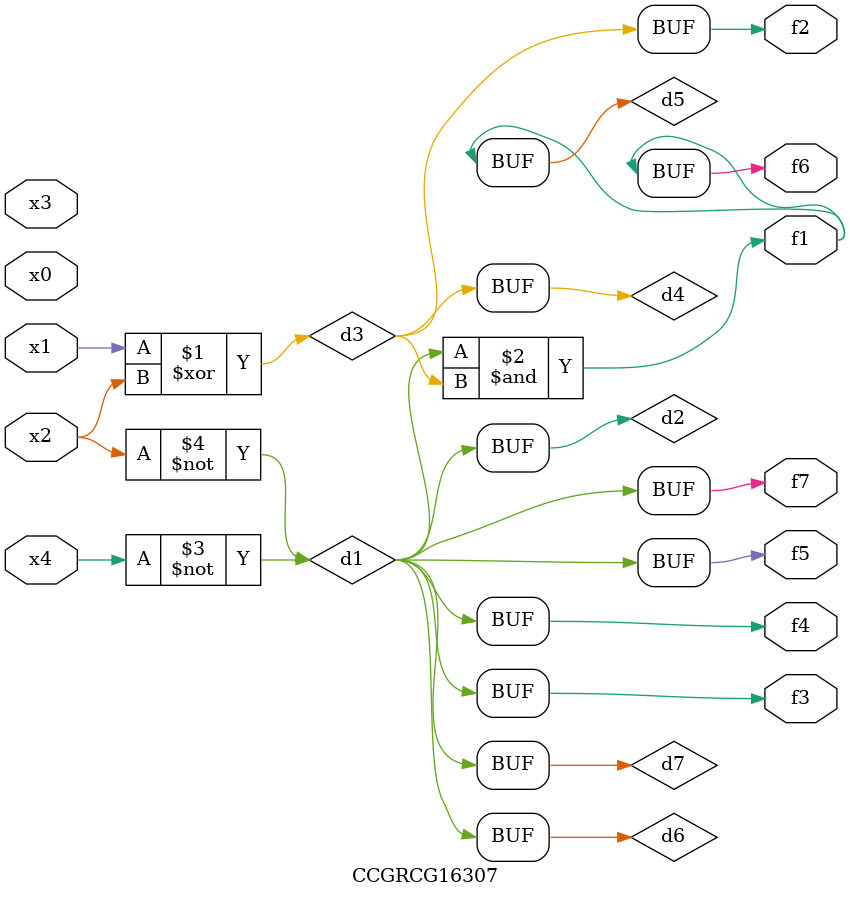
<source format=v>
module CCGRCG16307(
	input x0, x1, x2, x3, x4,
	output f1, f2, f3, f4, f5, f6, f7
);

	wire d1, d2, d3, d4, d5, d6, d7;

	not (d1, x4);
	not (d2, x2);
	xor (d3, x1, x2);
	buf (d4, d3);
	and (d5, d1, d3);
	buf (d6, d1, d2);
	buf (d7, d2);
	assign f1 = d5;
	assign f2 = d4;
	assign f3 = d7;
	assign f4 = d7;
	assign f5 = d7;
	assign f6 = d5;
	assign f7 = d7;
endmodule

</source>
